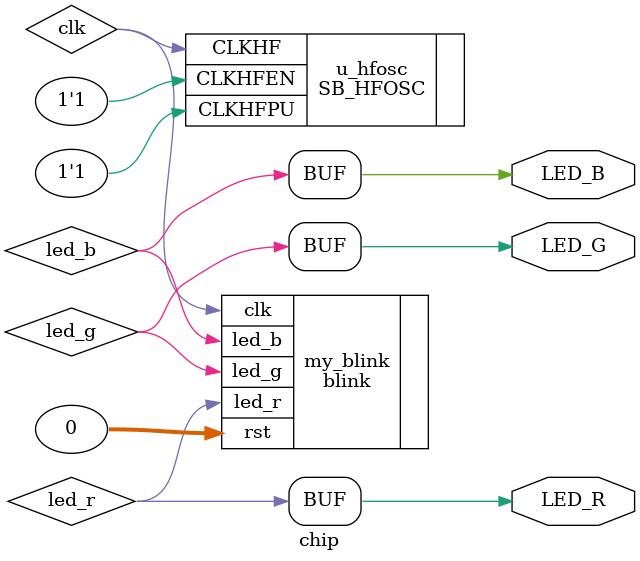
<source format=v>

module chip (
	output	LED_R,
	output	LED_G,
	output	LED_B
	);

	wire clk, led_r, led_g, led_b;

	SB_HFOSC u_hfosc (
        	.CLKHFPU(1'b1),
        	.CLKHFEN(1'b1),
        	.CLKHF(clk)
 	);

	blink my_blink (
		.clk(clk),
		.rst(0),
    		.led_r(led_r),
    		.led_g(led_g),
    		.led_b(led_b)
	);

	assign LED_R = led_r;
	assign LED_G = led_g;
	assign LED_B = led_b;

endmodule

</source>
